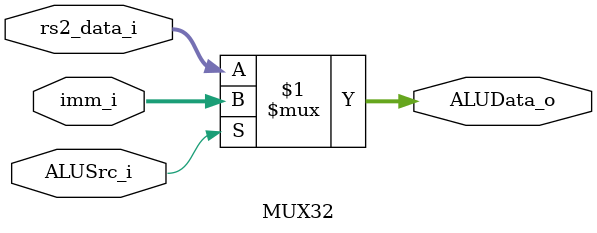
<source format=v>
module MUX32
(
    rs2_data_i,
    imm_i,
    ALUSrc_i,
    ALUData_o
);

input   [31:0] rs2_data_i, imm_i;
input   ALUSrc_i;
output  [31:0] ALUData_o;

assign ALUData_o = ALUSrc_i ? imm_i: rs2_data_i;


endmodule


</source>
